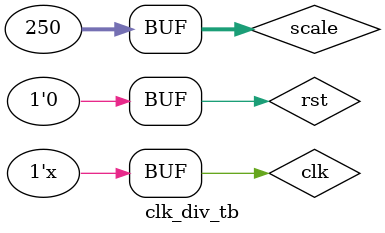
<source format=v>
module clk_div_tb();
     // Make a register for the clock you're going to generate and the reset.
     reg clk,rst;

     // Generally, you make registers for inputs because you usually want to
     // make procedural changes to them to see how the output is affected. In
     // this case, we could get away with using wires if we also made appropriate
     // changes to the assignments so they were continuous assignments instead
     // of procedural assignments.
     reg [31:0] scale = 250;
     // Make a wire for your output.
     wire out;

     // Instantiate the module we're testbenching.
     clk_div test(
          .clk(clk),
          .reset(rst),
          .scale(scale),
          .clk_out(out)
          );

     // Initialize the clock and reset to 0.
     initial begin
          clk = 0;
          rst = 0;
     end

     // Clock is 100 MHz
     always #5 clk = !clk;

endmodule

</source>
